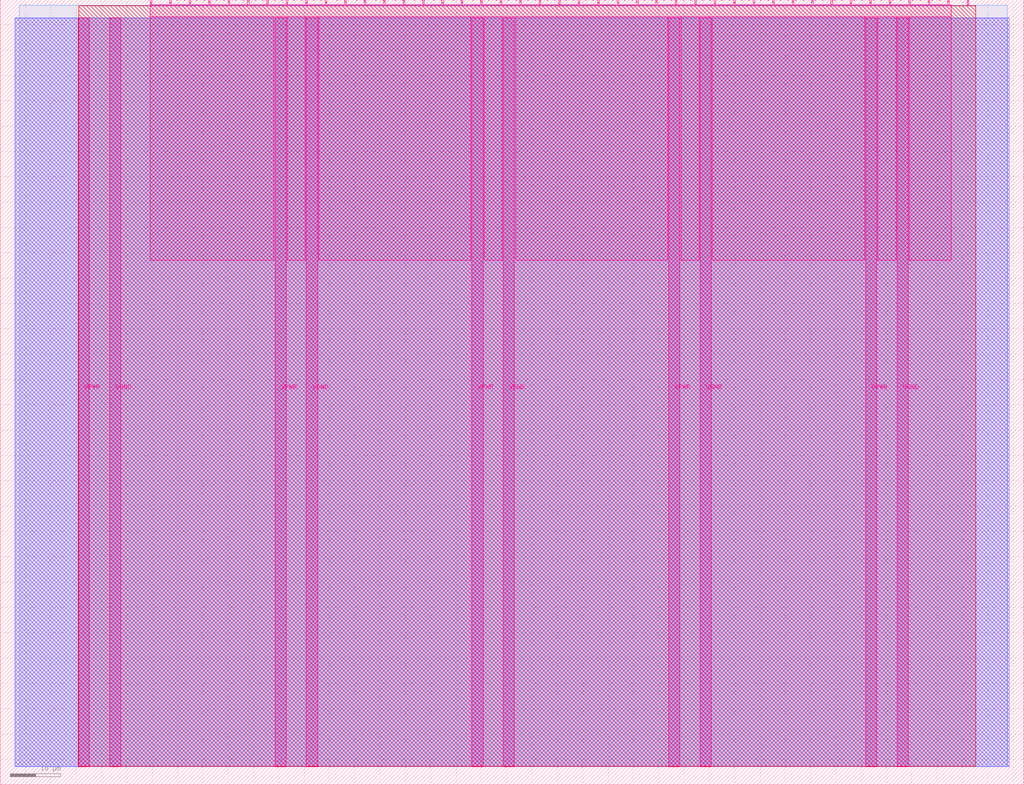
<source format=lef>
VERSION 5.7 ;
  NOWIREEXTENSIONATPIN ON ;
  DIVIDERCHAR "/" ;
  BUSBITCHARS "[]" ;
MACRO tt_um_wokwi_group_13
  CLASS BLOCK ;
  FOREIGN tt_um_wokwi_group_13 ;
  ORIGIN 0.000 0.000 ;
  SIZE 202.080 BY 154.980 ;
  PIN VGND
    DIRECTION INOUT ;
    USE GROUND ;
    PORT
      LAYER Metal5 ;
        RECT 21.580 3.560 23.780 151.420 ;
    END
    PORT
      LAYER Metal5 ;
        RECT 60.450 3.560 62.650 151.420 ;
    END
    PORT
      LAYER Metal5 ;
        RECT 99.320 3.560 101.520 151.420 ;
    END
    PORT
      LAYER Metal5 ;
        RECT 138.190 3.560 140.390 151.420 ;
    END
    PORT
      LAYER Metal5 ;
        RECT 177.060 3.560 179.260 151.420 ;
    END
  END VGND
  PIN VPWR
    DIRECTION INOUT ;
    USE POWER ;
    PORT
      LAYER Metal5 ;
        RECT 15.380 3.560 17.580 151.420 ;
    END
    PORT
      LAYER Metal5 ;
        RECT 54.250 3.560 56.450 151.420 ;
    END
    PORT
      LAYER Metal5 ;
        RECT 93.120 3.560 95.320 151.420 ;
    END
    PORT
      LAYER Metal5 ;
        RECT 131.990 3.560 134.190 151.420 ;
    END
    PORT
      LAYER Metal5 ;
        RECT 170.860 3.560 173.060 151.420 ;
    END
  END VPWR
  PIN clk
    DIRECTION INPUT ;
    USE SIGNAL ;
    ANTENNAGATEAREA 0.426400 ;
    PORT
      LAYER Metal5 ;
        RECT 187.050 153.980 187.350 154.980 ;
    END
  END clk
  PIN ena
    DIRECTION INPUT ;
    USE SIGNAL ;
    PORT
      LAYER Metal5 ;
        RECT 190.890 153.980 191.190 154.980 ;
    END
  END ena
  PIN rst_n
    DIRECTION INPUT ;
    USE SIGNAL ;
    ANTENNAGATEAREA 0.527800 ;
    PORT
      LAYER Metal5 ;
        RECT 183.210 153.980 183.510 154.980 ;
    END
  END rst_n
  PIN ui_in[0]
    DIRECTION INPUT ;
    USE SIGNAL ;
    ANTENNAGATEAREA 0.213200 ;
    PORT
      LAYER Metal5 ;
        RECT 179.370 153.980 179.670 154.980 ;
    END
  END ui_in[0]
  PIN ui_in[1]
    DIRECTION INPUT ;
    USE SIGNAL ;
    ANTENNAGATEAREA 0.213200 ;
    PORT
      LAYER Metal5 ;
        RECT 175.530 153.980 175.830 154.980 ;
    END
  END ui_in[1]
  PIN ui_in[2]
    DIRECTION INPUT ;
    USE SIGNAL ;
    ANTENNAGATEAREA 0.213200 ;
    PORT
      LAYER Metal5 ;
        RECT 171.690 153.980 171.990 154.980 ;
    END
  END ui_in[2]
  PIN ui_in[3]
    DIRECTION INPUT ;
    USE SIGNAL ;
    ANTENNAGATEAREA 0.180700 ;
    PORT
      LAYER Metal5 ;
        RECT 167.850 153.980 168.150 154.980 ;
    END
  END ui_in[3]
  PIN ui_in[4]
    DIRECTION INPUT ;
    USE SIGNAL ;
    ANTENNAGATEAREA 0.213200 ;
    PORT
      LAYER Metal5 ;
        RECT 164.010 153.980 164.310 154.980 ;
    END
  END ui_in[4]
  PIN ui_in[5]
    DIRECTION INPUT ;
    USE SIGNAL ;
    ANTENNAGATEAREA 0.213200 ;
    PORT
      LAYER Metal5 ;
        RECT 160.170 153.980 160.470 154.980 ;
    END
  END ui_in[5]
  PIN ui_in[6]
    DIRECTION INPUT ;
    USE SIGNAL ;
    ANTENNAGATEAREA 0.180700 ;
    PORT
      LAYER Metal5 ;
        RECT 156.330 153.980 156.630 154.980 ;
    END
  END ui_in[6]
  PIN ui_in[7]
    DIRECTION INPUT ;
    USE SIGNAL ;
    ANTENNAGATEAREA 0.213200 ;
    PORT
      LAYER Metal5 ;
        RECT 152.490 153.980 152.790 154.980 ;
    END
  END ui_in[7]
  PIN uio_in[0]
    DIRECTION INPUT ;
    USE SIGNAL ;
    ANTENNAGATEAREA 0.314600 ;
    PORT
      LAYER Metal5 ;
        RECT 148.650 153.980 148.950 154.980 ;
    END
  END uio_in[0]
  PIN uio_in[1]
    DIRECTION INPUT ;
    USE SIGNAL ;
    ANTENNAGATEAREA 0.213200 ;
    PORT
      LAYER Metal5 ;
        RECT 144.810 153.980 145.110 154.980 ;
    END
  END uio_in[1]
  PIN uio_in[2]
    DIRECTION INPUT ;
    USE SIGNAL ;
    ANTENNAGATEAREA 0.213200 ;
    PORT
      LAYER Metal5 ;
        RECT 140.970 153.980 141.270 154.980 ;
    END
  END uio_in[2]
  PIN uio_in[3]
    DIRECTION INPUT ;
    USE SIGNAL ;
    ANTENNAGATEAREA 0.213200 ;
    PORT
      LAYER Metal5 ;
        RECT 137.130 153.980 137.430 154.980 ;
    END
  END uio_in[3]
  PIN uio_in[4]
    DIRECTION INPUT ;
    USE SIGNAL ;
    PORT
      LAYER Metal5 ;
        RECT 133.290 153.980 133.590 154.980 ;
    END
  END uio_in[4]
  PIN uio_in[5]
    DIRECTION INPUT ;
    USE SIGNAL ;
    PORT
      LAYER Metal5 ;
        RECT 129.450 153.980 129.750 154.980 ;
    END
  END uio_in[5]
  PIN uio_in[6]
    DIRECTION INPUT ;
    USE SIGNAL ;
    PORT
      LAYER Metal5 ;
        RECT 125.610 153.980 125.910 154.980 ;
    END
  END uio_in[6]
  PIN uio_in[7]
    DIRECTION INPUT ;
    USE SIGNAL ;
    PORT
      LAYER Metal5 ;
        RECT 121.770 153.980 122.070 154.980 ;
    END
  END uio_in[7]
  PIN uio_oe[0]
    DIRECTION OUTPUT ;
    USE SIGNAL ;
    ANTENNADIFFAREA 0.299200 ;
    PORT
      LAYER Metal5 ;
        RECT 56.490 153.980 56.790 154.980 ;
    END
  END uio_oe[0]
  PIN uio_oe[1]
    DIRECTION OUTPUT ;
    USE SIGNAL ;
    ANTENNADIFFAREA 0.299200 ;
    PORT
      LAYER Metal5 ;
        RECT 52.650 153.980 52.950 154.980 ;
    END
  END uio_oe[1]
  PIN uio_oe[2]
    DIRECTION OUTPUT ;
    USE SIGNAL ;
    ANTENNADIFFAREA 0.299200 ;
    PORT
      LAYER Metal5 ;
        RECT 48.810 153.980 49.110 154.980 ;
    END
  END uio_oe[2]
  PIN uio_oe[3]
    DIRECTION OUTPUT ;
    USE SIGNAL ;
    ANTENNADIFFAREA 0.299200 ;
    PORT
      LAYER Metal5 ;
        RECT 44.970 153.980 45.270 154.980 ;
    END
  END uio_oe[3]
  PIN uio_oe[4]
    DIRECTION OUTPUT ;
    USE SIGNAL ;
    ANTENNADIFFAREA 0.299200 ;
    PORT
      LAYER Metal5 ;
        RECT 41.130 153.980 41.430 154.980 ;
    END
  END uio_oe[4]
  PIN uio_oe[5]
    DIRECTION OUTPUT ;
    USE SIGNAL ;
    ANTENNADIFFAREA 0.299200 ;
    PORT
      LAYER Metal5 ;
        RECT 37.290 153.980 37.590 154.980 ;
    END
  END uio_oe[5]
  PIN uio_oe[6]
    DIRECTION OUTPUT ;
    USE SIGNAL ;
    ANTENNADIFFAREA 0.299200 ;
    PORT
      LAYER Metal5 ;
        RECT 33.450 153.980 33.750 154.980 ;
    END
  END uio_oe[6]
  PIN uio_oe[7]
    DIRECTION OUTPUT ;
    USE SIGNAL ;
    ANTENNADIFFAREA 0.299200 ;
    PORT
      LAYER Metal5 ;
        RECT 29.610 153.980 29.910 154.980 ;
    END
  END uio_oe[7]
  PIN uio_out[0]
    DIRECTION OUTPUT ;
    USE SIGNAL ;
    ANTENNADIFFAREA 0.299200 ;
    PORT
      LAYER Metal5 ;
        RECT 87.210 153.980 87.510 154.980 ;
    END
  END uio_out[0]
  PIN uio_out[1]
    DIRECTION OUTPUT ;
    USE SIGNAL ;
    ANTENNADIFFAREA 0.299200 ;
    PORT
      LAYER Metal5 ;
        RECT 83.370 153.980 83.670 154.980 ;
    END
  END uio_out[1]
  PIN uio_out[2]
    DIRECTION OUTPUT ;
    USE SIGNAL ;
    ANTENNADIFFAREA 0.299200 ;
    PORT
      LAYER Metal5 ;
        RECT 79.530 153.980 79.830 154.980 ;
    END
  END uio_out[2]
  PIN uio_out[3]
    DIRECTION OUTPUT ;
    USE SIGNAL ;
    ANTENNADIFFAREA 0.299200 ;
    PORT
      LAYER Metal5 ;
        RECT 75.690 153.980 75.990 154.980 ;
    END
  END uio_out[3]
  PIN uio_out[4]
    DIRECTION OUTPUT ;
    USE SIGNAL ;
    ANTENNADIFFAREA 0.299200 ;
    PORT
      LAYER Metal5 ;
        RECT 71.850 153.980 72.150 154.980 ;
    END
  END uio_out[4]
  PIN uio_out[5]
    DIRECTION OUTPUT ;
    USE SIGNAL ;
    ANTENNADIFFAREA 0.299200 ;
    PORT
      LAYER Metal5 ;
        RECT 68.010 153.980 68.310 154.980 ;
    END
  END uio_out[5]
  PIN uio_out[6]
    DIRECTION OUTPUT ;
    USE SIGNAL ;
    ANTENNADIFFAREA 0.299200 ;
    PORT
      LAYER Metal5 ;
        RECT 64.170 153.980 64.470 154.980 ;
    END
  END uio_out[6]
  PIN uio_out[7]
    DIRECTION OUTPUT ;
    USE SIGNAL ;
    ANTENNADIFFAREA 0.299200 ;
    PORT
      LAYER Metal5 ;
        RECT 60.330 153.980 60.630 154.980 ;
    END
  END uio_out[7]
  PIN uo_out[0]
    DIRECTION OUTPUT ;
    USE SIGNAL ;
    ANTENNADIFFAREA 0.958400 ;
    PORT
      LAYER Metal5 ;
        RECT 117.930 153.980 118.230 154.980 ;
    END
  END uo_out[0]
  PIN uo_out[1]
    DIRECTION OUTPUT ;
    USE SIGNAL ;
    ANTENNADIFFAREA 0.958400 ;
    PORT
      LAYER Metal5 ;
        RECT 114.090 153.980 114.390 154.980 ;
    END
  END uo_out[1]
  PIN uo_out[2]
    DIRECTION OUTPUT ;
    USE SIGNAL ;
    ANTENNADIFFAREA 0.958400 ;
    PORT
      LAYER Metal5 ;
        RECT 110.250 153.980 110.550 154.980 ;
    END
  END uo_out[2]
  PIN uo_out[3]
    DIRECTION OUTPUT ;
    USE SIGNAL ;
    ANTENNADIFFAREA 0.958400 ;
    PORT
      LAYER Metal5 ;
        RECT 106.410 153.980 106.710 154.980 ;
    END
  END uo_out[3]
  PIN uo_out[4]
    DIRECTION OUTPUT ;
    USE SIGNAL ;
    ANTENNADIFFAREA 1.102800 ;
    PORT
      LAYER Metal5 ;
        RECT 102.570 153.980 102.870 154.980 ;
    END
  END uo_out[4]
  PIN uo_out[5]
    DIRECTION OUTPUT ;
    USE SIGNAL ;
    ANTENNADIFFAREA 1.135700 ;
    PORT
      LAYER Metal5 ;
        RECT 98.730 153.980 99.030 154.980 ;
    END
  END uo_out[5]
  PIN uo_out[6]
    DIRECTION OUTPUT ;
    USE SIGNAL ;
    ANTENNADIFFAREA 1.102800 ;
    PORT
      LAYER Metal5 ;
        RECT 94.890 153.980 95.190 154.980 ;
    END
  END uo_out[6]
  PIN uo_out[7]
    DIRECTION OUTPUT ;
    USE SIGNAL ;
    ANTENNADIFFAREA 1.102800 ;
    PORT
      LAYER Metal5 ;
        RECT 91.050 153.980 91.350 154.980 ;
    END
  END uo_out[7]
  OBS
      LAYER GatPoly ;
        RECT 2.880 3.630 199.200 151.350 ;
      LAYER Metal1 ;
        RECT 2.880 3.560 199.200 151.420 ;
      LAYER Metal2 ;
        RECT 3.085 3.680 198.865 151.300 ;
      LAYER Metal3 ;
        RECT 3.740 3.635 198.820 153.865 ;
      LAYER Metal4 ;
        RECT 15.515 3.680 192.625 153.820 ;
      LAYER Metal5 ;
        RECT 30.120 153.770 33.240 153.980 ;
        RECT 33.960 153.770 37.080 153.980 ;
        RECT 37.800 153.770 40.920 153.980 ;
        RECT 41.640 153.770 44.760 153.980 ;
        RECT 45.480 153.770 48.600 153.980 ;
        RECT 49.320 153.770 52.440 153.980 ;
        RECT 53.160 153.770 56.280 153.980 ;
        RECT 57.000 153.770 60.120 153.980 ;
        RECT 60.840 153.770 63.960 153.980 ;
        RECT 64.680 153.770 67.800 153.980 ;
        RECT 68.520 153.770 71.640 153.980 ;
        RECT 72.360 153.770 75.480 153.980 ;
        RECT 76.200 153.770 79.320 153.980 ;
        RECT 80.040 153.770 83.160 153.980 ;
        RECT 83.880 153.770 87.000 153.980 ;
        RECT 87.720 153.770 90.840 153.980 ;
        RECT 91.560 153.770 94.680 153.980 ;
        RECT 95.400 153.770 98.520 153.980 ;
        RECT 99.240 153.770 102.360 153.980 ;
        RECT 103.080 153.770 106.200 153.980 ;
        RECT 106.920 153.770 110.040 153.980 ;
        RECT 110.760 153.770 113.880 153.980 ;
        RECT 114.600 153.770 117.720 153.980 ;
        RECT 118.440 153.770 121.560 153.980 ;
        RECT 122.280 153.770 125.400 153.980 ;
        RECT 126.120 153.770 129.240 153.980 ;
        RECT 129.960 153.770 133.080 153.980 ;
        RECT 133.800 153.770 136.920 153.980 ;
        RECT 137.640 153.770 140.760 153.980 ;
        RECT 141.480 153.770 144.600 153.980 ;
        RECT 145.320 153.770 148.440 153.980 ;
        RECT 149.160 153.770 152.280 153.980 ;
        RECT 153.000 153.770 156.120 153.980 ;
        RECT 156.840 153.770 159.960 153.980 ;
        RECT 160.680 153.770 163.800 153.980 ;
        RECT 164.520 153.770 167.640 153.980 ;
        RECT 168.360 153.770 171.480 153.980 ;
        RECT 172.200 153.770 175.320 153.980 ;
        RECT 176.040 153.770 179.160 153.980 ;
        RECT 179.880 153.770 183.000 153.980 ;
        RECT 183.720 153.770 186.840 153.980 ;
        RECT 187.560 153.770 187.780 153.980 ;
        RECT 29.660 151.630 187.780 153.770 ;
        RECT 29.660 103.595 54.040 151.630 ;
        RECT 56.660 103.595 60.240 151.630 ;
        RECT 62.860 103.595 92.910 151.630 ;
        RECT 95.530 103.595 99.110 151.630 ;
        RECT 101.730 103.595 131.780 151.630 ;
        RECT 134.400 103.595 137.980 151.630 ;
        RECT 140.600 103.595 170.650 151.630 ;
        RECT 173.270 103.595 176.850 151.630 ;
        RECT 179.470 103.595 187.780 151.630 ;
  END
END tt_um_wokwi_group_13
END LIBRARY


</source>
